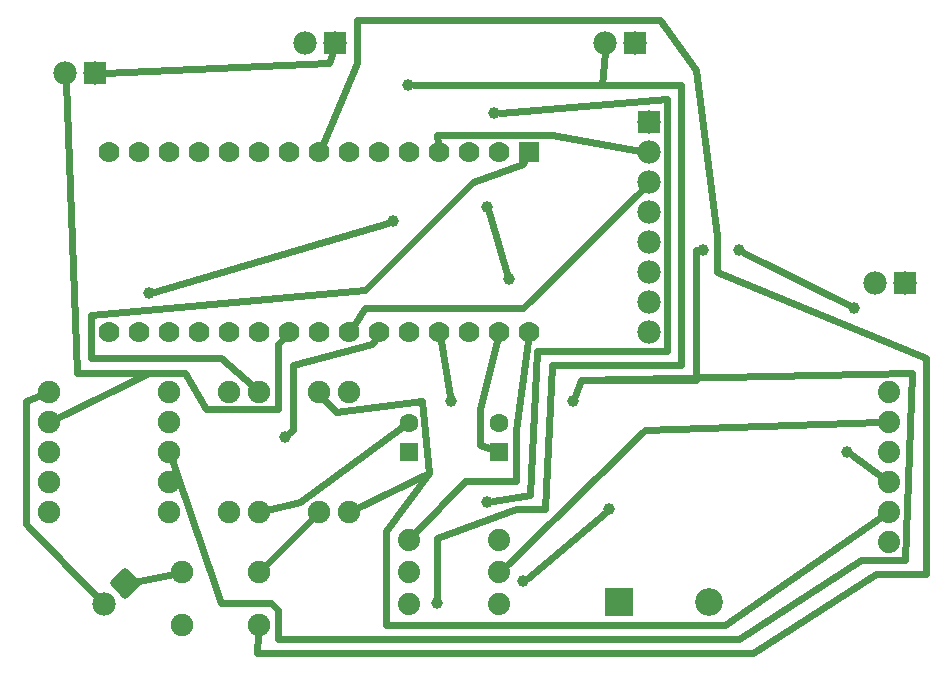
<source format=gbl>
G04 MADE WITH FRITZING*
G04 WWW.FRITZING.ORG*
G04 DOUBLE SIDED*
G04 HOLES PLATED*
G04 CONTOUR ON CENTER OF CONTOUR VECTOR*
%ASAXBY*%
%FSLAX23Y23*%
%MOIN*%
%OFA0B0*%
%SFA1.0B1.0*%
%ADD10C,0.070000*%
%ADD11C,0.074000*%
%ADD12C,0.075000*%
%ADD13C,0.062992*%
%ADD14C,0.092000*%
%ADD15C,0.078000*%
%ADD16C,0.039370*%
%ADD17R,0.070000X0.069972*%
%ADD18R,0.062992X0.062992*%
%ADD19R,0.092000X0.092000*%
%ADD20R,0.078000X0.078000*%
%ADD21C,0.024000*%
%ADD22C,0.020000*%
%LNCOPPER0*%
G90*
G70*
G54D10*
X1712Y1728D03*
X1612Y1728D03*
X1512Y1728D03*
X1412Y1728D03*
X1312Y1728D03*
X1212Y1728D03*
X1112Y1728D03*
X1012Y1728D03*
X912Y1728D03*
X812Y1728D03*
X712Y1728D03*
X612Y1728D03*
X512Y1728D03*
X412Y1728D03*
X312Y1728D03*
X1712Y1128D03*
X1612Y1128D03*
X1512Y1128D03*
X1412Y1128D03*
X1312Y1128D03*
X1212Y1128D03*
X1112Y1128D03*
X1012Y1128D03*
X912Y1128D03*
X812Y1128D03*
X712Y1128D03*
X612Y1128D03*
X512Y1128D03*
X412Y1128D03*
X312Y1128D03*
G54D11*
X1312Y221D03*
X1312Y328D03*
X1312Y435D03*
X1612Y221D03*
X1612Y328D03*
X1612Y435D03*
G54D12*
X112Y528D03*
X512Y528D03*
X112Y628D03*
X512Y628D03*
X112Y728D03*
X512Y728D03*
X112Y828D03*
X512Y828D03*
X112Y928D03*
X512Y928D03*
X812Y928D03*
X812Y528D03*
X712Y928D03*
X712Y528D03*
X1012Y528D03*
X1012Y928D03*
X1112Y528D03*
X1112Y928D03*
G54D13*
X1312Y728D03*
X1312Y826D03*
X1612Y728D03*
X1612Y826D03*
G54D12*
X556Y328D03*
X812Y328D03*
X556Y150D03*
X812Y150D03*
G54D14*
X2012Y228D03*
X2312Y228D03*
G54D15*
X2966Y1291D03*
X2866Y1291D03*
X2066Y2091D03*
X1966Y2091D03*
X1066Y2091D03*
X966Y2091D03*
X266Y1991D03*
X166Y1991D03*
X366Y291D03*
X296Y220D03*
X2112Y1828D03*
X2112Y1728D03*
X2112Y1628D03*
X2112Y1528D03*
X2112Y1428D03*
X2112Y1328D03*
X2112Y1228D03*
X2112Y1128D03*
G54D11*
X2912Y928D03*
X2912Y828D03*
X2912Y728D03*
X2912Y628D03*
X2912Y528D03*
X2912Y428D03*
G54D16*
X900Y777D03*
X1596Y1857D03*
X1572Y561D03*
X1308Y1953D03*
X1404Y225D03*
X444Y1257D03*
X1260Y1497D03*
X1572Y1545D03*
X1644Y1305D03*
X1452Y897D03*
X1860Y897D03*
X1692Y297D03*
X1980Y537D03*
X2292Y1401D03*
X2412Y1401D03*
X2796Y1209D03*
X2772Y729D03*
G54D17*
X1712Y1728D03*
G54D18*
X1312Y728D03*
X1612Y728D03*
G54D19*
X2012Y228D03*
G54D20*
X2966Y1291D03*
X2066Y2091D03*
X1066Y2091D03*
X266Y1991D03*
X2112Y1828D03*
G54D21*
X840Y534D02*
X948Y561D01*
X948Y561D02*
X1290Y810D01*
D02*
X1634Y349D02*
X2100Y801D01*
X2100Y801D02*
X2881Y827D01*
D02*
X1708Y1099D02*
X1668Y801D01*
X1668Y801D02*
X1668Y633D01*
X1668Y633D02*
X1500Y633D01*
X1500Y633D02*
X1333Y457D01*
D02*
X1138Y540D02*
X1380Y657D01*
X1380Y657D02*
X1356Y897D01*
X1356Y897D02*
X1068Y861D01*
X1068Y861D02*
X1030Y906D01*
D02*
X2886Y510D02*
X2364Y153D01*
X2364Y153D02*
X1236Y153D01*
X1236Y153D02*
X1236Y465D01*
X1236Y465D02*
X1380Y657D01*
D02*
X2091Y1606D02*
X1692Y1209D01*
X1692Y1209D02*
X1164Y1209D01*
X1164Y1209D02*
X1128Y1152D01*
D02*
X791Y947D02*
X684Y1041D01*
X684Y1041D02*
X252Y1041D01*
X252Y1041D02*
X252Y1185D01*
X252Y1185D02*
X1164Y1269D01*
X1164Y1269D02*
X1524Y1629D01*
X1524Y1629D02*
X1692Y1689D01*
X1692Y1689D02*
X1699Y1702D01*
D02*
X138Y840D02*
X444Y993D01*
X444Y993D02*
X564Y993D01*
X564Y993D02*
X636Y873D01*
X636Y873D02*
X876Y873D01*
X876Y873D02*
X876Y1089D01*
X876Y1089D02*
X892Y1106D01*
D02*
X167Y1960D02*
X204Y993D01*
X204Y993D02*
X444Y993D01*
D02*
X275Y241D02*
X36Y489D01*
X36Y489D02*
X36Y897D01*
X36Y897D02*
X85Y917D01*
D02*
X1197Y1103D02*
X1188Y1089D01*
X1188Y1089D02*
X924Y1017D01*
X924Y1017D02*
X924Y801D01*
X924Y801D02*
X913Y790D01*
D02*
X528Y322D02*
X396Y296D01*
D02*
X992Y507D02*
X832Y348D01*
D02*
X1605Y1099D02*
X1548Y873D01*
X1548Y873D02*
X1548Y753D01*
X1548Y753D02*
X1587Y737D01*
D02*
X2082Y1733D02*
X1788Y1785D01*
X1788Y1785D02*
X1404Y1785D01*
X1404Y1785D02*
X1408Y1756D01*
D02*
X296Y1992D02*
X1044Y2025D01*
X1044Y2025D02*
X1057Y2062D01*
D02*
X1615Y1858D02*
X2172Y1905D01*
X2172Y1905D02*
X2172Y1065D01*
X2172Y1065D02*
X1740Y1065D01*
X1740Y1065D02*
X1716Y585D01*
X1716Y585D02*
X1591Y564D01*
D02*
X1327Y1953D02*
X2220Y1953D01*
X2220Y1953D02*
X2220Y1017D01*
X2220Y1017D02*
X1788Y1017D01*
X1788Y1017D02*
X1764Y537D01*
X1764Y537D02*
X1668Y537D01*
X1668Y537D02*
X1404Y441D01*
X1404Y441D02*
X1404Y244D01*
D02*
X1964Y2060D02*
X1956Y1953D01*
X1956Y1953D02*
X2220Y1953D01*
D02*
X462Y1262D02*
X1242Y1491D01*
D02*
X1577Y1527D02*
X1639Y1323D01*
D02*
X1417Y1099D02*
X1449Y915D01*
D02*
X1866Y915D02*
X1884Y969D01*
X1884Y969D02*
X2988Y993D01*
X2988Y993D02*
X2964Y369D01*
X2964Y369D02*
X2820Y369D01*
X2820Y369D02*
X2412Y105D01*
X2412Y105D02*
X876Y105D01*
X876Y105D02*
X876Y201D01*
X876Y201D02*
X852Y225D01*
X852Y225D02*
X684Y225D01*
X684Y225D02*
X521Y701D01*
D02*
X1707Y309D02*
X1965Y525D01*
D02*
X2273Y1401D02*
X2268Y1401D01*
X2268Y1401D02*
X2268Y969D01*
X2268Y969D02*
X1884Y969D01*
D02*
X810Y122D02*
X804Y57D01*
X804Y57D02*
X2460Y57D01*
X2460Y57D02*
X2868Y321D01*
X2868Y321D02*
X3036Y321D01*
X3036Y321D02*
X3036Y1041D01*
X3036Y1041D02*
X2340Y1329D01*
X2340Y1329D02*
X2340Y1449D01*
X2340Y1449D02*
X2268Y2001D01*
X2268Y2001D02*
X2148Y2169D01*
X2148Y2169D02*
X1140Y2169D01*
X1140Y2169D02*
X1140Y2025D01*
X1140Y2025D02*
X1024Y1754D01*
D02*
X2429Y1392D02*
X2779Y1217D01*
D02*
X2787Y718D02*
X2887Y646D01*
G54D22*
X407Y291D02*
X366Y249D01*
X325Y291D01*
X366Y332D01*
X407Y291D01*
D02*
G04 End of Copper0*
M02*
</source>
